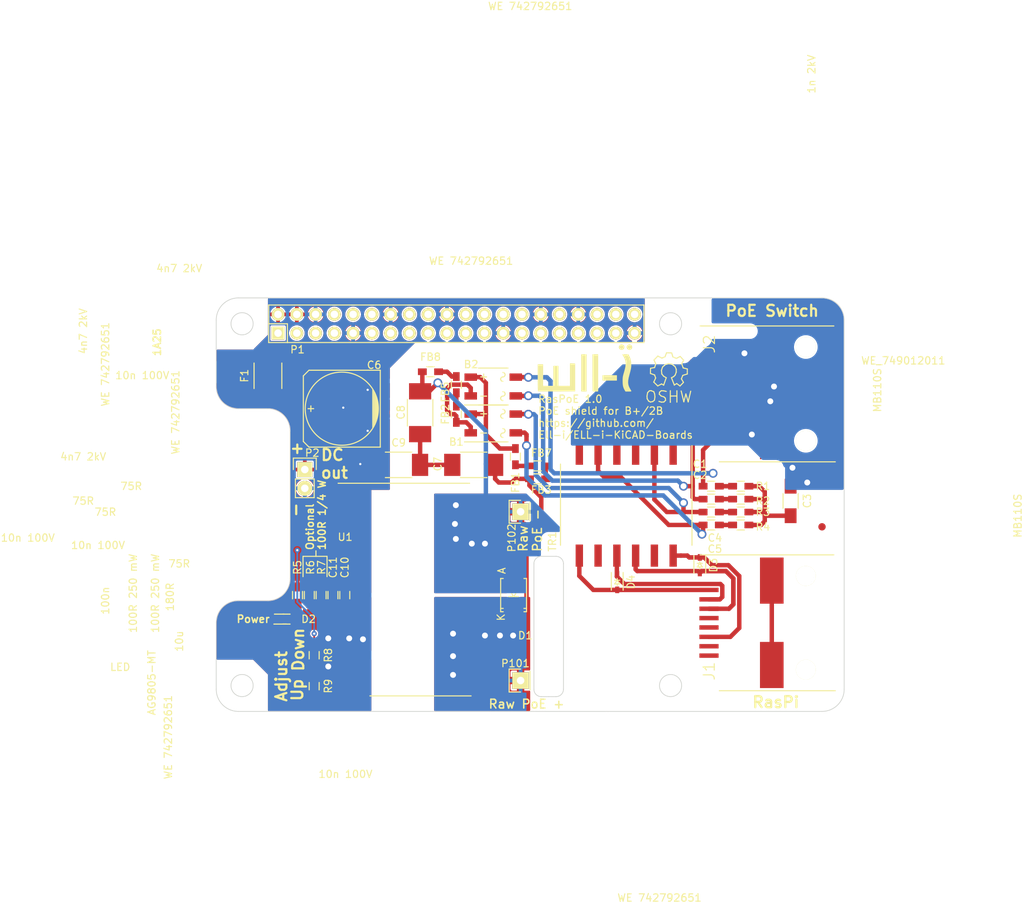
<source format=kicad_pcb>
(kicad_pcb (version 20221018) (generator pcbnew)
  (title_block (title "RasPoE") (date "2015-11-11") (rev "14bec14") (company "ELL-i Open Source Co-operative") (comment 1 "support@ell-i.org"))
  (layers (0 "F.Cu" signal) (31 "B.Cu" signal) (34 "B.Paste" user) (35 "F.Paste" user) (36 "B.SilkS" user "B.Silkscreen") (37 "F.SilkS" user "F.Silkscreen") (38 "B.Mask" user) (39 "F.Mask" user) (44 "Edge.Cuts" user))
  (net 0 "")
  (net 1 "GNDD")
  (net 2 "/POE_A-")
  (net 3 "/VIN")
  (net 4 "/POE_A+")
  (net 5 "/POE_B-")
  (net 6 "Net-(C1-Pad2)")
  (net 7 "/POE_B+")
  (net 8 "Net-(C2-Pad2)")
  (net 9 "Net-(C3-Pad1)")
  (net 10 "GNDA")
  (net 11 "Net-(C4-Pad2)")
  (net 12 "Net-(C5-Pad2)")
  (net 13 "+5V")
  (net 14 "GND")
  (net 15 "Net-(J1-Pad4)")
  (net 16 "Net-(J1-Pad5)")
  (net 17 "Net-(J1-Pad7)")
  (net 18 "Net-(J1-Pad8)")
  (net 19 "Net-(P1-Pad3)")
  (net 20 "Net-(P1-Pad5)")
  (net 21 "Net-(P1-Pad7)")
  (net 22 "Net-(P1-Pad8)")
  (net 23 "Net-(P1-Pad10)")
  (net 24 "Net-(P1-Pad11)")
  (net 25 "Net-(P1-Pad12)")
  (net 26 "Net-(P1-Pad13)")
  (net 27 "Net-(P1-Pad15)")
  (net 28 "Net-(P1-Pad16)")
  (net 29 "Net-(P1-Pad18)")
  (net 30 "Net-(P1-Pad19)")
  (net 31 "Net-(P1-Pad21)")
  (net 32 "Net-(P1-Pad22)")
  (net 33 "Net-(P1-Pad23)")
  (net 34 "Net-(P1-Pad24)")
  (net 35 "Net-(P1-Pad26)")
  (net 36 "Net-(P1-Pad27)")
  (net 37 "Net-(P1-Pad28)")
  (net 38 "Net-(P1-Pad29)")
  (net 39 "Net-(P1-Pad31)")
  (net 40 "Net-(P1-Pad32)")
  (net 41 "Net-(P1-Pad33)")
  (net 42 "Net-(P1-Pad35)")
  (net 43 "Net-(P1-Pad36)")
  (net 44 "Net-(P1-Pad37)")
  (net 45 "Net-(P1-Pad38)")
  (net 46 "Net-(P1-Pad40)")
  (net 47 "Net-(C7-Pad2)")
  (net 48 "Net-(FB1-Pad2)")
  (net 49 "Net-(FB2-Pad2)")
  (net 50 "Net-(FB3-Pad2)")
  (net 51 "Net-(FB5-Pad2)")
  (net 52 "Net-(TR1-Pad11)")
  (net 53 "/TD+")
  (net 54 "/TD-")
  (net 55 "/RD+")
  (net 56 "/RD-")
  (net 57 "Net-(J1-Pad9)")
  (net 58 "/TX+")
  (net 59 "/TX-")
  (net 60 "/RX+")
  (net 61 "/RX-")
  (net 62 "/AG_OUT_+")
  (net 63 "/AG_IN_+")
  (net 64 "/AG_IN_-")
  (net 65 "Net-(P1-Pad1)")
  (net 66 "Net-(P1-Pad17)")
  (net 67 "Net-(FID1-Pad1)")
  (net 68 "Net-(FID2-Pad1)")
  (net 69 "Net-(FID3-Pad1)")
  (net 70 "/ADJ")
  (net 71 "Net-(D2-Pad2)")
  (footprint "Capacitors_SMD:c_elec_10x10" (layer "F.Cu") (at 52 47 180)
    (fp_text reference "C6")
    (fp_text value "470u" hide)
  )
  (footprint "Pin_Headers:Pin_Header_Straight_2x20" (layer "F.Cu") (at 67.5 35.5)
    (fp_text reference "P1")
    (fp_text value "CONN_02X20" hide)
  )
  (footprint "Capacitors_SMD:C_1812_HandSoldering" (layer "F.Cu") (at 69.85 54.61 180)
    (fp_text reference "C7")
    (fp_text value "4n7 2kV")
  )
  (footprint "Capacitors_SMD:C_1812_HandSoldering" (layer "F.Cu") (at 62.6 47.55 -90)
    (fp_text reference "C8")
    (fp_text value "4n7 2kV")
  )
  (footprint "Capacitors_SMD:C_1812_HandSoldering" (layer "F.Cu") (at 59.69 54.61)
    (fp_text reference "C9")
    (fp_text value "4n7 2kV")
  )
  (footprint "Diodes_SMD:Diode-SMA_Handsoldering" (layer "F.Cu") (at 75.25 72.25 -90)
    (fp_text reference "D1")
    (fp_text value "SMA58" hide)
  )
  (footprint "Resistors_SMD:R_0603_HandSoldering" (layer "F.Cu") (at 44.5 75.5 180)
    (fp_text reference "D2")
    (fp_text value "LED")
  )
  (footprint "Resistors_SMD:R_0603_HandSoldering" (layer "F.Cu") (at 67.5 47.75 90)
    (fp_text reference "FB2")
    (fp_text value "WE 742792651")
  )
  (footprint "Resistors_SMD:R_0603_HandSoldering" (layer "F.Cu") (at 78.5 54.75)
    (fp_text reference "FB3")
    (fp_text value "WE 742792651")
  )
  (footprint "Resistors_SMD:R_0603_HandSoldering" (layer "F.Cu") (at 67.5 43.75 90)
    (fp_text reference "FB5")
    (fp_text value "WE 742792651")
  )
  (footprint "Resistors_SMD:R_0603_HandSoldering" (layer "F.Cu") (at 78.5 56.5 180)
    (fp_text reference "FB7")
    (fp_text value "WE 742792651")
  )
  (footprint "Resistors_SMD:R_0603_HandSoldering" (layer "F.Cu") (at 64 42 180)
    (fp_text reference "FB8")
    (fp_text value "WE 742792651")
  )
  (footprint "Resistors_SMD:R_0603_HandSoldering" (layer "F.Cu") (at 46 72.25 -90)
    (fp_text reference "R5")
    (fp_text value "180R")
  )
  (footprint "Resistors_SMD:R_0603_HandSoldering" (layer "F.Cu") (at 47.6 72.25 -90)
    (fp_text reference "R6")
    (fp_text value "100R 250 mW")
  )
  (footprint "Resistors_SMD:R_0603_HandSoldering" (layer "F.Cu") (at 49.2 72.25 -90)
    (fp_text reference "R7")
    (fp_text value "100R 250 mW")
  )
  (footprint "Resistors_SMD:R_0603_HandSoldering" (layer "F.Cu") (at 106 62.75)
    (fp_text reference "R4")
    (fp_text value "75R")
  )
  (footprint "Resistors_SMD:R_0603_HandSoldering" (layer "F.Cu") (at 106 61)
    (fp_text reference "R3")
    (fp_text value "75R")
  )
  (footprint "project_specific:TO-269AA" (layer "F.Cu") (at 72.5 49 -90)
    (fp_text reference "B1")
    (fp_text value "MB110S")
  )
  (footprint "project_specific:TO-269AA" (layer "F.Cu") (at 72.5 44 -90)
    (fp_text reference "B2")
    (fp_text value "MB110S")
  )
  (footprint "Resistors_SMD:R_0603_HandSoldering" (layer "F.Cu") (at 102 61)
    (fp_text reference "C4")
    (fp_text value "10n 100V")
  )
  (footprint "Resistors_SMD:R_0603_HandSoldering" (layer "F.Cu") (at 102 62.75)
    (fp_text reference "C5")
    (fp_text value "10n 100V")
  )
  (footprint "Resistors_SMD:R_0603_HandSoldering" (layer "F.Cu") (at 52.4 72.25 -90)
    (fp_text reference "C10")
    (fp_text value "100n")
  )
  (footprint "Resistors_SMD:R_0603_HandSoldering" (layer "F.Cu") (at 50.8 72.25 -90)
    (fp_text reference "C11")
    (fp_text value "10u")
  )
  (footprint "project_specific:AG9800" (layer "F.Cu") (at 62.5 71.5 -90)
    (fp_text reference "U1")
    (fp_text value "AG9805-MT")
  )
  (footprint "Capacitors_SMD:C_1206_HandSoldering" (layer "F.Cu") (at 112.75 59.5 90)
    (fp_text reference "C3")
    (fp_text value "1n 2kV")
  )
  (footprint "Pin_Headers:Pin_Header_Straight_1x01" (layer "F.Cu") (at 76.2 83.82 90)
    (fp_text reference "P101")
    (fp_text value "Wire pad")
  )
  (footprint "Pin_Headers:Pin_Header_Straight_1x01" (layer "F.Cu") (at 76.2 60.96 90)
    (fp_text reference "P102")
    (fp_text value "Wire pad")
  )
  (footprint "logos:ELL-i_large" (layer "F.Cu") (at 85 41.5)
    (fp_text reference "LOGO102" hide)
    (fp_text value "ELL-i" hide)
  )
  (footprint "project_specific:Fiducial_2mm_dia" (layer "F.Cu") (at 38.5 78.5)
    (fp_text reference "FID1" hide)
    (fp_text value "1, 2 mm")
  )
  (footprint "project_specific:Fiducial_2mm_dia" (layer "F.Cu") (at 36.83 41.275)
    (fp_text reference "FID2" hide)
    (fp_text value "1, 2 mm")
  )
  (footprint "project_specific:Fiducial_2mm_dia" (layer "F.Cu") (at 117 63)
    (fp_text reference "FID3" hide)
    (fp_text value "1, 2 mm")
  )
  (footprint "project_specific:RJSSE-5380" (layer "F.Cu") (at 111 76 90)
    (fp_text reference "J1")
    (fp_text value "RJSSE-5080")
  )
  (footprint "project_specific:RJSSE-5380" (layer "F.Cu") (at 111 45 90)
    (fp_text reference "J2")
    (fp_text value "RJSSE-5380")
  )
  (footprint "Resistors_SMD:R_0603_HandSoldering" (layer "F.Cu") (at 106 57.5)
    (fp_text reference "R1")
    (fp_text value "75R")
  )
  (footprint "Resistors_SMD:R_0603_HandSoldering" (layer "F.Cu") (at 102 57.5)
    (fp_text reference "C1")
    (fp_text value "10n 100V")
  )
  (footprint "Resistors_SMD:R_0603_HandSoldering" (layer "F.Cu") (at 106 59.25)
    (fp_text reference "R2")
    (fp_text value "75R")
  )
  (footprint "Resistors_SMD:R_0603_HandSoldering" (layer "F.Cu") (at 102 59.25)
    (fp_text reference "C2")
    (fp_text value "10n 100V")
  )
  (footprint "Resistors_SMD:R_0603_HandSoldering" (layer "F.Cu") (at 75.5 53.5 -90)
    (fp_text reference "FB1")
    (fp_text value "WE 742792651")
  )
  (footprint "project_specific:WE_749012011" (layer "F.Cu") (at 90.5 60 -90)
    (fp_text reference "TR1")
    (fp_text value "WE_749012011")
  )
  (footprint "Diodes_SMD:SOD-323" (layer "F.Cu") (at 100.457 68.199 -90)
    (fp_text reference "D3")
    (fp_text value "TVS")
  )
  (footprint "Diodes_SMD:SOD-323" (layer "F.Cu") (at 89.281 70.485 -90)
    (fp_text reference "D4")
    (fp_text value "TVS")
  )
  (footprint "Symbols:Symbol_OSHW-Logo_SilkScreen" (layer "F.Cu") (at 96.266 41.91)
    (fp_text reference "LOGO101" hide)
    (fp_text value "OPEN_HARDWARE_1")
  )
  (footprint "Resistors_SMD:R_0603_HandSoldering" (layer "F.Cu") (at 48.26 80.391 -90)
    (fp_text reference "R8")
    (fp_text value "R")
  )
  (footprint "Resistors_SMD:R_0603_HandSoldering" (layer "F.Cu") (at 48.26 84.582 -90)
    (fp_text reference "R9")
    (fp_text value "R")
  )
  (footprint "Pin_Headers:Pin_Header_Straight_1x02" (layer "F.Cu") (at 46.99 55.245)
    (fp_text reference "P2")
    (fp_text value "Screw terminal 2.54mm")
  )
  (footprint "Resistors_SMD:R_1812" (layer "F.Cu") (at 42 42.545 90)
    (fp_text reference "F1")
    (fp_text value "PTC 1A25")
  )
  (gr_line (start 50 67) (end 46.75 67) (stroke (width 0.15)) (layer "F.SilkS"))
  (gr_line (start 50 69.75) (end 50 67) (stroke (width 0.15)) (layer "F.SilkS"))
  (gr_line (start 44.2 74.825) (end 42.875 74.825) (stroke (width 0.15)) (layer "F.SilkS"))
  (gr_line (start 48.5 67) (end 48.5 66.25) (stroke (width 0.15)) (layer "F.SilkS"))
  (gr_line (start 46.75 69.75) (end 46.75 67) (stroke (width 0.15)) (layer "F.SilkS"))
  (gr_line (start 44.5 76.175) (end 42.8 76.175) (stroke (width 0.15)) (layer "F.SilkS"))
  (gr_arc (start 81 67) (mid 81.707107 67.292893) (end 82 68) (stroke (width 0.1)) (layer "Edge.Cuts"))
  (gr_line (start 38 32) (end 117 32) (stroke (width 0.1)) (layer "Edge.Cuts"))
  (gr_line (start 45 70) (end 45 50) (stroke (width 0.1)) (layer "Edge.Cuts"))
  (gr_line (start 78 85) (end 78 68) (stroke (width 0.1)) (layer "Edge.Cuts"))
  (gr_line (start 82 85) (end 82 68) (stroke (width 0.1)) (layer "Edge.Cuts"))
  (gr_circle (center 38.5 84.5) (end 37 84.5) (stroke (width 0.1)) (fill none) (layer "Edge.Cuts"))
  (gr_arc (start 45 70) (mid 44.12132 72.12132) (end 42 73) (stroke (width 0.1)) (layer "Edge.Cuts"))
  (gr_arc (start 38 47) (mid 35.87868 46.12132) (end 35 44) (stroke (width 0.1)) (layer "Edge.Cuts"))
  (gr_arc (start 42 47) (mid 44.12132 47.87868) (end 45 50) (stroke (width 0.1)) (layer "Edge.Cuts"))
  (gr_arc (start 35 35) (mid 35.87868 32.87868) (end 38 32) (stroke (width 0.1)) (layer "Edge.Cuts"))
  (gr_arc (start 35 76) (mid 35.87868 73.87868) (end 38 73) (stroke (width 0.1)) (layer "Edge.Cuts"))
  (gr_circle (center 96.5 84.5) (end 98 84.5) (stroke (width 0.1)) (fill none) (layer "Edge.Cuts"))
  (gr_circle (center 38.5 35.5) (end 38.5 34) (stroke (width 0.1)) (fill none) (layer "Edge.Cuts"))
  (gr_circle (center 96.5 35.5) (end 96.5 34) (stroke (width 0.1)) (fill none) (layer "Edge.Cuts"))
  (gr_line (start 81 67) (end 79 67) (stroke (width 0.1)) (layer "Edge.Cuts"))
  (gr_arc (start 38 88) (mid 35.87868 87.12132) (end 35 85) (stroke (width 0.1)) (layer "Edge.Cuts"))
  (gr_line (start 80 86) (end 81 86) (stroke (width 0.1)) (layer "Edge.Cuts"))
  (gr_line (start 117 88) (end 88 88) (stroke (width 0.1)) (layer "Edge.Cuts"))
  (gr_arc (start 78 68) (mid 78.292893 67.292893) (end 79 67) (stroke (width 0.1)) (layer "Edge.Cuts"))
  (gr_line (start 88 88) (end 72 88) (stroke (width 0.1)) (layer "Edge.Cuts"))
  (gr_arc (start 120 85) (mid 119.12132 87.12132) (end 117 88) (stroke (width 0.1)) (layer "Edge.Cuts"))
  (gr_arc (start 82 85) (mid 81.707107 85.707107) (end 81 86) (stroke (width 0.1)) (layer "Edge.Cuts"))
  (gr_arc (start 79 86) (mid 78.292893 85.707107) (end 78 85) (stroke (width 0.1)) (layer "Edge.Cuts"))
  (gr_line (start 38 88) (end 72 88) (stroke (width 0.1)) (layer "Edge.Cuts"))
  (gr_line (start 35 44) (end 35 35) (stroke (width 0.1)) (layer "Edge.Cuts"))
  (gr_line (start 35 85) (end 35 76) (stroke (width 0.1)) (layer "Edge.Cuts"))
  (gr_line (start 38 47) (end 42 47) (stroke (width 0.1)) (layer "Edge.Cuts"))
  (gr_arc (start 117 32) (mid 119.12132 32.87868) (end 120 35) (stroke (width 0.1)) (layer "Edge.Cuts"))
  (gr_line (start 38 73) (end 42 73) (stroke (width 0.1)) (layer "Edge.Cuts"))
  (gr_line (start 80 86) (end 79 86) (stroke (width 0.1)) (layer "Edge.Cuts"))
  (gr_line (start 120 35) (end 120 85) (stroke (width 0.1)) (layer "Edge.Cuts"))
  (gr_text "Down" (at 46.101 79.629 90) (layer "F.SilkS") (effects (font (size 1.5 1.5) (thickness 0.3))))
  (gr_text "https://github.com/\nEll-i/ELL-i-KiCAD-Boards" (at 78.5 49.75) (layer "F.SilkS") (effects (font (size 1 1)) (justify left)))
  (gr_text "PoE Switch\n" (at 110.25 33.75) (layer "F.SilkS") (effects (font (size 1.5 1.5) (thickness 0.3))))
  (gr_text "RasPi" (at 110.75 86.75) (layer "F.SilkS") (effects (font (size 1.5 1.5) (thickness 0.3))))
  (gr_text "Raw PoE +" (at 77 87) (layer "F.SilkS") (effects (font (size 1.2 1.2) (thickness 0.2))))
  (gr_text "RasPoE 1.0 \nPoE shield for B+/2B\n" (at 78.5 46.5) (layer "F.SilkS") (effects (font (size 1 1)) (justify left)))
  (gr_text "DC \nout" (at 49.022 54.483) (layer "F.SilkS") (effects (font (size 1.5 1.5) (thickness 0.3)) (justify left)))
  (gr_text "Raw \nPoE -" (at 77.5 66.5 90) (layer "F.SilkS") (effects (font (size 1.2 1.2) (thickness 0.2)) (justify left)))
  (gr_text "+" (at 45.974 52.324) (layer "F.SilkS") (effects (font (size 1.5 1.5) (thickness 0.3)) (justify mirror)))
  (gr_text "Optional\n100R 1/4 W" (at 48.5 66.25 90) (layer "F.SilkS") (effects (font (size 1 1) (thickness 0.2)) (justify left)))
  (gr_text "Power" (at 40 75.5) (layer "F.SilkS") (effects (font (size 1 1) (thickness 0.2))))
  (gr_text "Up" (at 45.974 85.09 90) (layer "F.SilkS") (effects (font (size 1.5 1.5) (thickness 0.3))))
  (gr_text "-" (at 45.72 60.706 90) (layer "F.SilkS") (effects (font (size 1.5 1.5) (thickness 0.3)) (justify mirror)))
  (gr_text "Adjust " (at 43.815 82.677 90) (layer "F.SilkS") (effects (font (size 1.5 1.5) (thickness 0.3))))
  (gr_text "1A25" (at 27 38 90) (layer "F.SilkS") (effects (font (size 1 1) (thickness 0.2))))
  (segment (start 69.45 44.2) (end 69 43.75) (width 0.6) (layer "F.Cu") (net 1))
  (segment (start 69 43.75) (end 66.75 43.75) (width 0.6) (layer "F.Cu") (net 1))
  (segment (start 66.75 43.75) (end 66.25 44.25) (width 0.6) (layer "F.Cu") (net 1))
  (segment (start 66.25 44.25) (end 66.25 47.25) (width 0.6) (layer "F.Cu") (net 1))
  (segment (start 66.25 47.25) (end 66.75 47.75) (width 0.6) (layer "F.Cu") (net 1))
  (segment (start 66.75 47.75) (end 67.25 47.75) (width 0.6) (layer "F.Cu") (net 1))
  (segment (start 67.25 47.75) (end 67.5 48) (width 0.6) (layer "F.Cu") (net 1))
  (segment (start 67.5 48) (end 67.5 48.85) (width 0.6) (layer "F.Cu") (net 1))
  (segment (start 69.45 49.45) (end 68.85 48.85) (width 0.6) (layer "F.Cu") (net 1))
  (segment (start 68.85 48.85) (end 67.5 48.85) (width 0.6) (layer "F.Cu") (net 1))
  (segment (start 69.45 45.27) (end 69.45 44.2) (width 0.6) (layer "F.Cu") (net 1))
  (segment (start 69.45 50.27) (end 69.45 49.45) (width 0.6) (layer "F.Cu") (net 1))
  (segment (start 96.25 62.75) (end 89.75 56.25) (width 0.6) (layer "F.Cu") (net 2))
  (segment (start 89.75 56.25) (end 87.5 56.25) (width 0.6) (layer "F.Cu") (net 2))
  (segment (start 87.5 56.25) (end 86.69 55.44) (width 0.6) (layer "F.Cu") (net 2))
  (segment (start 86.69 55.44) (end 86.69 53.1) (width 0.6) (layer "F.Cu") (net 2))
  (segment (start 100.9 63.85) (end 100.75 64) (width 0.6) (layer "F.Cu") (net 2))
  (segment (start 77 52) (end 77 50.75) (width 0.6) (layer "F.Cu") (net 2))
  (segment (start 77 50.75) (end 77 50.5) (width 0.6) (layer "F.Cu") (net 2))
  (segment (start 77 50.5) (end 76.75 50.25) (width 0.6) (layer "F.Cu") (net 2))
  (segment (start 76.75 50.25) (end 75.57 50.25) (width 0.6) (layer "F.Cu") (net 2))
  (segment (start 75.57 50.25) (end 75.55 50.27) (width 0.6) (layer "F.Cu") (net 2))
  (segment (start 100.9 62.75) (end 96.25 62.75) (width 0.6) (layer "F.Cu") (net 2))
  (segment (start 100.9 62.75) (end 100.9 63.85) (width 0.6) (layer "F.Cu") (net 2))
  (via (at 100.75 64) (size 1.2) (drill 0.8) (layers "F.Cu" "B.Cu") (net 2))
  (via (at 77 52) (size 1.2) (drill 0.8) (layers "F.Cu" "B.Cu") (net 2))
  (segment (start 100.75 64) (end 95.5 58.75) (width 0.6) (layer "B.Cu") (net 2))
  (segment (start 95.5 58.75) (end 79.5 58.75) (width 0.6) (layer "B.Cu") (net 2))
  (segment (start 79.5 58.75) (end 77.25 56.5) (width 0.6) (layer "B.Cu") (net 2))
  (segment (start 77 56.25) (end 77 52) (width 0.6) (layer "B.Cu") (net 2))
  (segment (start 77.25 56.5) (end 77 56.25) (width 0.6) (layer "B.Cu") (net 2))
  (segment (start 70.73 42.73) (end 71.5 43.5) (width 0.6) (layer "F.Cu") (net 3))
  (segment (start 71.5 43.5) (end 71.5 47.75) (width 0.6) (layer "F.Cu") (net 3))
  (segment (start 71.5 50.5) (end 73.4 52.4) (width 0.6) (layer "F.Cu") (net 3))
  (segment (start 73.4 52.4) (end 75.5 52.4) (width 0.6) (layer "F.Cu") (net 3))
  (segment (start 71.5 47.73) (end 71.5 47.75) (width 0.6) (layer "F.Cu") (net 3))
  (segment (start 71.5 47.75) (end 71.5 50.5) (width 0.6) (layer "F.Cu") (net 3))
  (segment (start 69.45 47.73) (end 71.5 47.73) (width 0.6) (layer "F.Cu") (net 3))
  (segment (start 69.45 42.73) (end 70.73 42.73) (width 0.6) (layer "F.Cu") (net 3))
  (segment (start 75.57 47.75) (end 75.55 47.73) (width 0.6) (layer "F.Cu") (net 4))
  (segment (start 96 61) (end 94.31 59.31) (width 0.6) (layer "F.Cu") (net 4))
  (segment (start 94.31 59.31) (end 94.31 53.1) (width 0.6) (layer "F.Cu") (net 4))
  (segment (start 98.25 61) (end 96 61) (width 0.6) (layer "F.Cu") (net 4))
  (segment (start 77.25 47.75) (end 77.23 47.73) (width 0.6) (layer "F.Cu") (net 4))
  (segment (start 77.23 47.73) (end 75.55 47.73) (width 0.6) (layer "F.Cu") (net 4))
  (segment (start 100.9 61) (end 98.25 61) (width 0.6) (layer "F.Cu") (net 4))
  (segment (start 98.25 61) (end 98.25 59.75) (width 0.6) (layer "F.Cu") (net 4))
  (via (at 98.25 59.75) (size 1.2) (drill 0.8) (layers "F.Cu" "B.Cu") (net 4))
  (via (at 77.25 47.75) (size 1.2) (drill 0.8) (layers "F.Cu" "B.Cu") (net 4))
  (segment (start 98.25 59.75) (end 96.25 57.75) (width 0.6) (layer "B.Cu") (net 4))
  (segment (start 96.25 57.75) (end 80 57.75) (width 0.6) (layer "B.Cu") (net 4))
  (segment (start 80 57.75) (end 78.25 56) (width 0.6) (layer "B.Cu") (net 4))
  (segment (start 78.25 56) (end 78.25 48) (width 0.6) (layer "B.Cu") (net 4))
  (segment (start 78.25 48) (end 78 47.75) (width 0.6) (layer "B.Cu") (net 4))
  (segment (start 78 47.75) (end 77.25 47.75) (width 0.6) (layer "B.Cu") (net 4))
  (segment (start 103.75 44.73) (end 103.75 45.5) (width 0.6) (layer "F.Cu") (net 5))
  (segment (start 103.75 50.25) (end 102.75 51.25) (width 0.6) (layer "F.Cu") (net 5))
  (segment (start 102.75 51.25) (end 102.25 51.25) (width 0.6) (layer "F.Cu") (net 5))
  (segment (start 102.25 51.25) (end 100.9 52.6) (width 0.6) (layer "F.Cu") (net 5))
  (segment (start 100.9 52.6) (end 100.9 55.75) (width 0.6) (layer "F.Cu") (net 5))
  (segment (start 103.385 44.365) (end 103.75 44.73) (width 0.6) (layer "F.Cu") (net 5))
  (segment (start 103.75 45.63) (end 103.75 45.5) (width 0.6) (layer "F.Cu") (net 5))
  (segment (start 103.75 45.5) (end 103.75 50.25) (width 0.6) (layer "F.Cu") (net 5))
  (segment (start 100.9 55.75) (end 100.9 57.5) (width 0.6) (layer "F.Cu") (net 5))
  (segment (start 77.25 42.75) (end 77.23 42.73) (width 0.6) (layer "F.Cu") (net 5))
  (segment (start 77.23 42.73) (end 75.55 42.73) (width 0.6) (layer "F.Cu") (net 5))
  (segment (start 101.7 45.63) (end 103.75 45.63) (width 0.6) (layer "F.Cu") (net 5))
  (segment (start 101.7 44.365) (end 103.385 44.365) (width 0.6) (layer "F.Cu") (net 5))
  (segment (start 100.9 55.75) (end 102.25 55.75) (width 0.6) (layer "F.Cu") (net 5))
  (via (at 102.25 55.75) (size 1.2) (drill 0.8) (layers "F.Cu" "B.Cu") (net 5))
  (via (at 77.25 42.75) (size 1.2) (drill 0.8) (layers "F.Cu" "B.Cu") (net 5))
  (segment (start 102.25 55.75) (end 80.75 55.75) (width 0.6) (layer "B.Cu") (net 5))
  (segment (start 80.75 55.75) (end 80.25 55.25) (width 0.6) (layer "B.Cu") (net 5))
  (segment (start 80.25 55.25) (end 80.25 43.25) (width 0.6) (layer "B.Cu") (net 5))
  (segment (start 80.25 43.25) (end 79.75 42.75) (width 0.6) (layer "B.Cu") (net 5))
  (segment (start 79.75 42.75) (end 79.5 42.75) (width 0.6) (layer "B.Cu") (net 5))
  (segment (start 79.5 42.75) (end 77.25 42.75) (width 0.6) (layer "B.Cu") (net 5))
  (segment (start 103.1 57.5) (end 104.9 57.5) (width 0.6) (layer "F.Cu") (net 6))
  (segment (start 99.825 48.175) (end 99.5 48.5) (width 0.6) (layer "F.Cu") (net 7))
  (segment (start 99.5 48.5) (end 99.5 49.5) (width 0.6) (layer "F.Cu") (net 7))
  (segment (start 99.5 59) (end 99.75 59.25) (width 0.6) (layer "F.Cu") (net 7))
  (segment (start 99.75 59.25) (end 100.9 59.25) (width 0.6) (layer "F.Cu") (net 7))
  (segment (start 99.5 49.445) (end 99.5 49.5) (width 0.6) (layer "F.Cu") (net 7))
  (segment (start 99.5 49.5) (end 99.5 57.5) (width 0.6) (layer "F.Cu") (net 7))
  (segment (start 99.5 57.5) (end 99.5 59) (width 0.6) (layer "F.Cu") (net 7))
  (segment (start 77.25 45.25) (end 77.23 45.27) (width 0.6) (layer "F.Cu") (net 7))
  (segment (start 77.23 45.27) (end 75.55 45.27) (width 0.6) (layer "F.Cu") (net 7))
  (segment (start 101.7 48.175) (end 99.825 48.175) (width 0.6) (layer "F.Cu") (net 7))
  (segment (start 101.7 49.445) (end 99.5 49.445) (width 0.6) (layer "F.Cu") (net 7))
  (segment (start 99.5 57.5) (end 98.25 57.5) (width 0.6) (layer "F.Cu") (net 7))
  (via (at 77.25 45.25) (size 1.2) (drill 0.8) (layers "F.Cu" "B.Cu") (net 7))
  (via (at 98.25 57.5) (size 1.2) (drill 0.8) (layers "F.Cu" "B.Cu") (net 7))
  (segment (start 98.25 57.5) (end 97.5 56.75) (width 0.6) (layer "B.Cu") (net 7))
  (segment (start 97.5 56.75) (end 80.5 56.75) (width 0.6) (layer "B.Cu") (net 7))
  (segment (start 80.5 56.75) (end 79.25 55.5) (width 0.6) (layer "B.Cu") (net 7))
  (segment (start 79.25 55.5) (end 79.25 45.75) (width 0.6) (layer "B.Cu") (net 7))
  (segment (start 79.25 45.75) (end 78.75 45.25) (width 0.6) (layer "B.Cu") (net 7))
  (segment (start 78.75 45.25) (end 77.25 45.25) (width 0.6) (layer "B.Cu") (net 7))
  (segment (start 103.1 59.25) (end 104.9 59.25) (width 0.6) (layer "F.Cu") (net 8))
  (segment (start 108.5 57.5) (end 109.25 58.25) (width 0.6) (layer "F.Cu") (net 9))
  (segment (start 109.25 58.25) (end 109.25 59.25) (width 0.6) (layer "F.Cu") (net 9))
  (segment (start 109.25 62.25) (end 108.75 62.75) (width 0.6) (layer "F.Cu") (net 9))
  (segment (start 108.75 62.75) (end 107.1 62.75) (width 0.6) (layer "F.Cu") (net 9))
  (segment (start 109.25 59.25) (end 109.25 61) (width 0.6) (layer "F.Cu") (net 9))
  (segment (start 109.25 61) (end 109.25 61.5) (width 0.6) (layer "F.Cu") (net 9))
  (segment (start 109.25 61.5) (end 109.25 62.25) (width 0.6) (layer "F.Cu") (net 9))
  (segment (start 107.1 59.25) (end 109.25 59.25) (width 0.6) (layer "F.Cu") (net 9))
  (segment (start 112.75 61.5) (end 109.25 61.5) (width 0.6) (layer "F.Cu") (net 9))
  (segment (start 107.1 61) (end 109.25 61) (width 0.6) (layer "F.Cu") (net 9))
  (segment (start 107.1 57.5) (end 108.5 57.5) (width 0.6) (layer "F.Cu") (net 9))
  (segment (start 114.5 57.5) (end 115 57) (width 0.6) (layer "F.Cu") (net 10))
  (segment (start 112.75 55.75) (end 113 55.5) (width 0.6) (layer "F.Cu") (net 10))
  (segment (start 113 55.5) (end 113 55) (width 0.6) (layer "F.Cu") (net 10))
  (segment (start 107.715 50.715) (end 107.5 50.5) (width 0.6) (layer "F.Cu") (net 10))
  (segment (start 110.2 46.2) (end 110 46) (width 0.6) (layer "F.Cu") (net 10))
  (segment (start 106.715 39.285) (end 106.5 39.5) (width 0.6) (layer "F.Cu") (net 10))
  (segment (start 110.2 43.7) (end 110.5 44) (width 0.6) (layer "F.Cu") (net 10))
  (segment (start 110.2 50.715) (end 107.715 50.715) (width 0.6) (layer "F.Cu") (net 10))
  (segment (start 112.75 57.5) (end 112.75 55.75) (width 0.6) (layer "F.Cu") (net 10))
  (segment (start 110.2 39.285) (end 106.715 39.285) (width 0.6) (layer "F.Cu") (net 10))
  (segment (start 110.2 39.285) (end 110.2 43.7) (width 0.6) (layer "F.Cu") (net 10))
  (segment (start 110.2 50.715) (end 110.2 46.2) (width 0.6) (layer "F.Cu") (net 10))
  (segment (start 112.75 57.5) (end 114.5 57.5) (width 0.6) (layer "F.Cu") (net 10))
  (via (at 107.5 50.5) (size 1.2) (drill 0.8) (layers "F.Cu" "B.Cu") (net 10))
  (via (at 110 46) (size 1.2) (drill 0.8) (layers "F.Cu" "B.Cu") (net 10))
  (via (at 113 55) (size 1.2) (drill 0.8) (layers "F.Cu" "B.Cu") (net 10))
  (via (at 106.5 39.5) (size 1.2) (drill 0.8) (layers "F.Cu" "B.Cu") (net 10))
  (via (at 110.5 44) (size 1.2) (drill 0.8) (layers "F.Cu" "B.Cu") (net 10))
  (via (at 115 57) (size 1.2) (drill 0.8) (layers "F.Cu" "B.Cu") (net 10))
  (segment (start 103.1 61) (end 104.9 61) (width 0.6) (layer "F.Cu") (net 11))
  (segment (start 103.1 62.75) (end 104.9 62.75) (width 0.6) (layer "F.Cu") (net 12))
  (segment (start 54.61 54.61) (end 54.5 54.5) (width 0.6) (layer "F.Cu") (net 14))
  (segment (start 55.5005 49.9995) (end 55.5 50) (width 0.6) (layer "F.Cu") (net 14))
  (segment (start 53.23 78.341) (end 53.23 78.341) (width 0.6) (layer "F.Cu") (net 14))
  (segment (start 53.23 79.77) (end 54 79) (width 0.15) (layer "F.Cu") (net 14))
  (segment (start 54 79) (end 54.991 78.232) (width 0.15) (layer "F.Cu") (net 14))
  (segment (start 53.23 78.341) (end 53 78.111) (width 0.6) (layer "F.Cu") (net 14))
  (segment (start 52.941 78.341) (end 52.705 78.105) (width 0.254) (layer "F.Cu") (net 14))
  (segment (start 55.5005 44.4515) (end 55.499 44.45) (width 0.254) (layer "F.Cu") (net 14))
  (segment (start 52.26 46.8) (end 52.197 46.863) (width 0.254) (layer "F.Cu") (net 14))
  (segment (start 53.5 78.611) (end 53 78.111) (width 0.254) (layer "F.Cu") (net 14))
  (segment (start 53.5 79.596) (end 54.864 78.232) (width 0.254) (layer "F.Cu") (net 14))
  (segment (start 50.672 80.39) (end 50.165 79.883) (width 0.254) (layer "F.Cu") (net 14))
  (segment (start 50.165 79.883) (end 50.165 78.105) (width 0.254) (layer "F.Cu") (net 14))
  (segment (start 50.293 80.39) (end 50.165 80.518) (width 0.254) (layer "F.Cu") (net 14))
  (segment (start 50.165 80.518) (end 50.165 81.915) (width 0.254) (layer "F.Cu") (net 14))
  (segment (start 56.79 54.61) (end 54.61 54.61) (width 0.6) (layer "F.Cu") (net 14))
  (segment (start 53.5 80.39) (end 53.5 79.596) (width 0.254) (layer "F.Cu") (net 14))
  (segment (start 53.5 80.39) (end 50.293 80.39) (width 0.254) (layer "F.Cu") (net 14))
  (segment (start 53.23 78.341) (end 52.941 78.341) (width 0.254) (layer "F.Cu") (net 14))
  (segment (start 55.5005 46.8) (end 55.5005 49.9995) (width 0.6) (layer "F.Cu") (net 14))
  (segment (start 55.5005 46.8) (end 55.5005 44.4515) (width 0.254) (layer "F.Cu") (net 14))
  (segment (start 53.23 81.28) (end 53.23 79.77) (width 0.15) (layer "F.Cu") (net 14))
  (segment (start 53.23 81.28) (end 53.23 78.341) (width 1) (layer "F.Cu") (net 14))
  (segment (start 55.5005 46.8) (end 52.26 46.8) (width 0.254) (layer "F.Cu") (net 14))
  (segment (start 53.5 80.39) (end 53.5 78.611) (width 0.254) (layer "F.Cu") (net 14))
  (segment (start 53.5 80.39) (end 50.672 80.39) (width 0.254) (layer "F.Cu") (net 14))
  (via (at 53 78.111) (size 1.2) (drill 0.8) (layers "F.Cu" "B.Cu") (net 14))
  (via (at 50.165 78.105) (size 1.2) (drill 0.8) (layers "F.Cu" "B.Cu") (net 14))
  (via (at 55.499 44.45) (size 0.7) (drill 0.3) (layers "F.Cu" "B.Cu") (net 14))
  (via (at 52.197 46.863) (size 0.7) (drill 0.3) (layers "F.Cu" "B.Cu") (net 14))
  (via (at 54.5 54.5) (size 0.7) (drill 0.3) (layers "F.Cu" "B.Cu") (net 14))
  (via (at 55.5 50) (size 0.7) (drill 0.3) (layers "F.Cu" "B.Cu") (net 14))
  (via (at 50.165 81.915) (size 1.2) (drill 0.8) (layers "F.Cu" "B.Cu") (net 14))
  (via (at 54.864 78.232) (size 1.2) (drill 0.8) (layers "F.Cu" "B.Cu") (net 14))
  (segment (start 53 78.111) (end 53.006 78.105) (width 0.254) (layer "B.Cu") (net 14))
  (segment (start 53.006 78.105) (end 53.086 78.105) (width 0.254) (layer "B.Cu") (net 14))
  (segment (start 62.6 54.6) (end 62.59 54.61) (width 0.6) (layer "F.Cu") (net 47))
  (segment (start 62.59 54.61) (end 66.95 54.61) (width 0.6) (layer "F.Cu") (net 47))
  (segment (start 62.6 50.45) (end 62.6 54.6) (width 0.6) (layer "F.Cu") (net 47))
  (segment (start 75.65 54.75) (end 75.5 54.6) (width 0.6) (layer "F.Cu") (net 48))
  (segment (start 77.4 54.75) (end 75.65 54.75) (width 0.6) (layer "F.Cu") (net 48))
  (segment (start 67.5 46.65) (end 67.5 44.85) (width 0.6) (layer "F.Cu") (net 49))
  (segment (start 79.6 54.75) (end 79.6 56.5) (width 0.6) (layer "F.Cu") (net 50))
  (segment (start 66.9 42.65) (end 66.25 42) (width 0.6) (layer "F.Cu") (net 51))
  (segment (start 66.25 42) (end 65.1 42) (width 0.6) (layer "F.Cu") (net 51))
  (segment (start 67.5 42.65) (end 66.9 42.65) (width 0.6) (layer "F.Cu") (net 51))
  (segment (start 86.05 71.55) (end 84.15 69.65) (width 0.6) (layer "F.Cu") (net 53))
  (segment (start 88.734 71.54) (end 88.724 71.55) (width 0.6) (layer "F.Cu") (net 53))
  (segment (start 88.724 71.55) (end 86.05 71.55) (width 0.6) (layer "F.Cu") (net 53))
  (segment (start 89.281 71.54) (end 88.734 71.54) (width 0.6) (layer "F.Cu") (net 53))
  (segment (start 101.7 71.55) (end 88.724 71.55) (width 0.6) (layer "F.Cu") (net 53))
  (segment (start 84.15 66.9) (end 84.15 69.65) (width 0.6) (layer "F.Cu") (net 53))
  (segment (start 103.175 72.825) (end 103.5 72.5) (width 0.6) (layer "F.Cu") (net 54))
  (segment (start 103.5 72.5) (end 103.5 71) (width 0.6) (layer "F.Cu") (net 54))
  (segment (start 103.5 71) (end 103.250998 70.750998) (width 0.6) (layer "F.Cu") (net 54))
  (segment (start 103.250998 70.750998) (end 90.250998 70.750998) (width 0.6) (layer "F.Cu") (net 54))
  (segment (start 90.250998 70.750998) (end 89.23 69.73) (width 0.6) (layer "F.Cu") (net 54))
  (segment (start 89.23 69.73) (end 89.23 66.9) (width 0.6) (layer "F.Cu") (net 54))
  (segment (start 101.7 72.825) (end 103.175 72.825) (width 0.6) (layer "F.Cu") (net 54))
  (segment (start 91.77 68.77) (end 92 69) (width 0.6) (layer "F.Cu") (net 55))
  (segment (start 92 69) (end 104 69) (width 0.6) (layer "F.Cu") (net 55))
  (segment (start 104 69) (end 105 70) (width 0.6) (layer "F.Cu") (net 55))
  (segment (start 105 70) (end 105 73.5) (width 0.6) (layer "F.Cu") (net 55))
  (segment (start 105 73.5) (end 104.405 74.095) (width 0.6) (layer "F.Cu") (net 55))
  (segment (start 100.457 69.215) (end 100.672 69) (width 0.6) (layer "F.Cu") (net 55))
  (segment (start 100.672 69) (end 100.457 69.254) (width 0.6) (layer "F.Cu") (net 55))
  (segment (start 104.405 74.095) (end 105 73.5) (width 0.6) (layer "F.Cu") (net 55))
  (segment (start 105 73.5) (end 105 70) (width 0.6) (layer "F.Cu") (net 55))
  (segment (start 105 70) (end 104 69) (width 0.6) (layer "F.Cu") (net 55))
  (segment (start 104 69) (end 100.711 69) (width 0.6) (layer "F.Cu") (net 55))
  (segment (start 100.711 69) (end 100.457 69.254) (width 0.6) (layer "F.Cu") (net 55))
  (segment (start 101.7 74.095) (end 104.405 74.095) (width 0.6) (layer "F.Cu") (net 55))
  (segment (start 91.77 66.9) (end 91.77 67.77) (width 0.6) (layer "F.Cu") (net 55))
  (segment (start 91.77 66.9) (end 91.77 68.77) (width 0.6) (layer "F.Cu") (net 55))
  (segment (start 100.457 69.254) (end 100.457 69.215) (width 0.6) (layer "F.Cu") (net 55))
  (segment (start 104.330958 68.200998) (end 105.799002 69.669042) (width 0.6) (layer "F.Cu") (net 56))
  (segment (start 105.799002 69.669042) (end 105.799002 76.700998) (width 0.6) (layer "F.Cu") (net 56))
  (segment (start 105.799002 76.700998) (end 104.595 77.905) (width 0.6) (layer "F.Cu") (net 56))
  (segment (start 104.595 77.905) (end 101.7 77.905) (width 0.6) (layer "F.Cu") (net 56))
  (segment (start 98.777 66.9) (end 99.021 67.144) (width 0.6) (layer "F.Cu") (net 56))
  (segment (start 99.021 67.144) (end 100.457 67.144) (width 0.6) (layer "F.Cu") (net 56))
  (segment (start 101.053 67.144) (end 102.109998 68.200998) (width 0.6) (layer "F.Cu") (net 56))
  (segment (start 102.109998 68.200998) (end 104.330958 68.200998) (width 0.6) (layer "F.Cu") (net 56))
  (segment (start 97.9 66.9) (end 98.777 66.9) (width 0.6) (layer "F.Cu") (net 56))
  (segment (start 100.457 67.144) (end 101.053 67.144) (width 0.6) (layer "F.Cu") (net 56))
  (segment (start 96.85 66.9) (end 97.9 66.9) (width 0.6) (layer "F.Cu") (net 56))
  (segment (start 110.2 70.285) (end 110.2 81.715) (width 0.6) (layer "F.Cu") (net 57))
  (segment (start 99.45 40.55) (end 98.5 41.5) (width 0.6) (layer "F.Cu") (net 58))
  (segment (start 98.5 41.5) (end 91 41.5) (width 0.6) (layer "F.Cu") (net 58))
  (segment (start 91 41.5) (end 89.75 42.75) (width 0.6) (layer "F.Cu") (net 58))
  (segment (start 88.75 43.75) (end 88.75 49.75) (width 0.6) (layer "F.Cu") (net 58))
  (segment (start 88.75 49.75) (end 88 50.5) (width 0.6) (layer "F.Cu") (net 58))
  (segment (start 88 50.5) (end 85 50.5) (width 0.6) (layer "F.Cu") (net 58))
  (segment (start 85 50.5) (end 84.15 51.35) (width 0.6) (layer "F.Cu") (net 58))
  (segment (start 84.15 51.35) (end 84.15 53.1) (width 0.6) (layer "F.Cu") (net 58))
  (segment (start 101.7 40.55) (end 99.45 40.55) (width 0.6) (layer "F.Cu") (net 58))
  (segment (start 89.75 42.75) (end 88.75 43.75) (width 0.6) (layer "F.Cu") (net 58))
  (segment (start 89.23 50.52) (end 89.549002 50.200998) (width 0.6) (layer "F.Cu") (net 59))
  (segment (start 89.549002 50.200998) (end 89.549002 44.080958) (width 0.6) (layer "F.Cu") (net 59))
  (segment (start 89.549002 44.080958) (end 91.330958 42.299002) (width 0.6) (layer "F.Cu") (net 59))
  (segment (start 91.330958 42.299002) (end 98.830958 42.299002) (width 0.6) (layer "F.Cu") (net 59))
  (segment (start 98.830958 42.299002) (end 99.30496 41.825) (width 0.6) (layer "F.Cu") (net 59))
  (segment (start 99.30496 41.825) (end 101.7 41.825) (width 0.6) (layer "F.Cu") (net 59))
  (segment (start 89.23 53.1) (end 89.23 50.52) (width 0.6) (layer "F.Cu") (net 59))
  (segment (start 99.655 43.095) (end 98 44.75) (width 0.6) (layer "F.Cu") (net 60))
  (segment (start 98 44.75) (end 93.5 44.75) (width 0.6) (layer "F.Cu") (net 60))
  (segment (start 93.5 44.75) (end 91.77 46.48) (width 0.6) (layer "F.Cu") (net 60))
  (segment (start 91.77 46.48) (end 91.77 53.1) (width 0.6) (layer "F.Cu") (net 60))
  (segment (start 101.7 43.095) (end 99.655 43.095) (width 0.6) (layer "F.Cu") (net 60))
  (segment (start 99.405 46.905) (end 98.049002 45.549002) (width 0.6) (layer "F.Cu") (net 61))
  (segment (start 98.049002 45.549002) (end 93.950998 45.549002) (width 0.6) (layer "F.Cu") (net 61))
  (segment (start 93.950998 45.549002) (end 92.75 46.75) (width 0.6) (layer "F.Cu") (net 61))
  (segment (start 92.75 46.75) (end 92.75 49.25) (width 0.6) (layer "F.Cu") (net 61))
  (segment (start 92.75 49.25) (end 94.5 51) (width 0.6) (layer "F.Cu") (net 61))
  (segment (start 94.5 51) (end 96.5 51) (width 0.6) (layer "F.Cu") (net 61))
  (segment (start 96.5 51) (end 96.85 51.35) (width 0.6) (layer "F.Cu") (net 61))
  (segment (start 96.85 51.35) (end 96.85 53.1) (width 0.6) (layer "F.Cu") (net 61))
  (segment (start 101.7 46.905) (end 99.405 46.905) (width 0.6) (layer "F.Cu") (net 61))
  (segment (start 48.26 77.47) (end 48.26 77.343) (width 0.254) (layer "F.Cu") (net 62))
  (segment (start 48.26 79.291) (end 48.26 77.47) (width 0.254) (layer "F.Cu") (net 62))
  (via (at 45.974 66.167) (size 0.7) (drill 0.3) (layers "F.Cu" "B.Cu") (net 62))
  (via (at 48.26 77.47) (size 0.7) (drill 0.3) (layers "F.Cu" "B.Cu") (net 62))
  (segment (start 48.26 75.438) (end 48.26 77.47) (width 0.254) (layer "B.Cu") (net 62))
  (segment (start 48.26 75.438) (end 45.974 73.152) (width 0.254) (layer "B.Cu") (net 62))
  (segment (start 45.974 66.167) (end 45.974 73.152) (width 0.254) (layer "B.Cu") (net 62))
  (segment (start 72.75 56.5) (end 73.25 57) (width 0.6) (layer "F.Cu") (net 63))
  (segment (start 73.25 57) (end 75 57) (width 0.6) (layer "F.Cu") (net 63))
  (segment (start 75 57) (end 75.5 56.5) (width 0.6) (layer "F.Cu") (net 63))
  (segment (start 75.5 56.5) (end 77.4 56.5) (width 0.6) (layer "F.Cu") (net 63))
  (segment (start 77.4 57.4) (end 79 59) (width 0.6) (layer "F.Cu") (net 63))
  (segment (start 79 59) (end 79 63.5) (width 0.6) (layer "F.Cu") (net 63))
  (segment (start 79 63.5) (end 77 65.5) (width 0.6) (layer "F.Cu") (net 63))
  (segment (start 77 65.5) (end 77 74.5) (width 0.6) (layer "F.Cu") (net 63))
  (segment (start 67.184 82.93) (end 67.056 83.058) (width 0.254) (layer "F.Cu") (net 63))
  (segment (start 67.184 80.39) (end 67.056 80.518) (width 0.254) (layer "F.Cu") (net 63))
  (segment (start 71.5 77.85) (end 71.374 77.724) (width 0.254) (layer "F.Cu") (net 63))
  (segment (start 74.296 80.39) (end 75.184 79.502) (width 0.254) (layer "F.Cu") (net 63))
  (segment (start 75.184 79.502) (end 75.184 77.724) (width 0.254) (layer "F.Cu") (net 63))
  (segment (start 71.5 79.63) (end 73.406 77.724) (width 0.254) (layer "F.Cu") (net 63))
  (segment (start 71.5 79.247) (end 69.723 77.47) (width 0.254) (layer "F.Cu") (net 63))
  (segment (start 69.723 77.47) (end 67.056 77.47) (width 0.254) (layer "F.Cu") (net 63))
  (segment (start 77.4 56.5) (end 77.4 57.4) (width 0.6) (layer "F.Cu") (net 63))
  (segment (start 71.5 80.39) (end 74.296 80.39) (width 0.254) (layer "F.Cu") (net 63))
  (segment (start 72.75 54.61) (end 72.75 56.5) (width 0.6) (layer "F.Cu") (net 63))
  (segment (start 71.5 80.39) (end 67.184 80.39) (width 0.254) (layer "F.Cu") (net 63))
  (segment (start 71.5 80.39) (end 71.5 77.85) (width 0.254) (layer "F.Cu") (net 63))
  (segment (start 71.5 80.39) (end 71.5 79.63) (width 0.254) (layer "F.Cu") (net 63))
  (segment (start 71.5 82.93) (end 67.184 82.93) (width 0.254) (layer "F.Cu") (net 63))
  (segment (start 71.5 80.39) (end 71.5 79.247) (width 0.254) (layer "F.Cu") (net 63))
  (via (at 75.184 77.724) (size 1.2) (drill 0.8) (layers "F.Cu" "B.Cu") (net 63))
  (via (at 67.056 80.518) (size 1.2) (drill 0.8) (layers "F.Cu" "B.Cu") (net 63))
  (via (at 73.406 77.724) (size 1.2) (drill 0.8) (layers "F.Cu" "B.Cu") (net 63))
  (via (at 71.374 77.724) (size 1.2) (drill 0.8) (layers "F.Cu" "B.Cu") (net 63))
  (via (at 67.056 83.058) (size 1.2) (drill 0.8) (layers "F.Cu" "B.Cu") (net 63))
  (via (at 67.056 77.47) (size 1.2) (drill 0.8) (layers "F.Cu" "B.Cu") (net 63))
  (segment (start 62.75 44.5) (end 62.6 44.65) (width 0.6) (layer "F.Cu") (net 64))
  (segment (start 62.9 44.35) (end 62.6 44.65) (width 0.6) (layer "F.Cu") (net 64))
  (segment (start 65 43.5) (end 63.85 44.65) (width 0.6) (layer "F.Cu") (net 64))
  (segment (start 71.5 65.152) (end 71.374 65.278) (width 0.254) (layer "F.Cu") (net 64))
  (segment (start 67.311 62.61) (end 67.31 62.611) (width 0.254) (layer "F.Cu") (net 64))
  (segment (start 67.438 60.07) (end 67.437 60.071) (width 0.254) (layer "F.Cu") (net 64))
  (segment (start 69.216 62.61) (end 67.437 64.389) (width 0.254) (layer "F.Cu") (net 64))
  (segment (start 67.437 64.389) (end 67.437 64.643) (width 0.254) (layer "F.Cu") (net 64))
  (segment (start 71.5 63.374) (end 69.596 65.278) (width 0.254) (layer "F.Cu") (net 64))
  (segment (start 71.5 62.61) (end 71.5 65.152) (width 0.254) (layer "F.Cu") (net 64))
  (segment (start 71.5 60.07) (end 67.438 60.07) (width 0.254) (layer "F.Cu") (net 64))
  (segment (start 71.5 62.61) (end 67.311 62.61) (width 0.254) (layer "F.Cu") (net 64))
  (segment (start 71.5 62.61) (end 69.216 62.61) (width 0.254) (layer "F.Cu") (net 64))
  (segment (start 62.6 44.65) (end 63.85 44.65) (width 0.6) (layer "F.Cu") (net 64))
  (segment (start 62.9 42) (end 62.9 44.35) (width 0.6) (layer "F.Cu") (net 64))
  (segment (start 71.5 62.61) (end 71.5 63.374) (width 0.254) (layer "F.Cu") (net 64))
  (via (at 69.596 65.278) (size 1.2) (drill 0.8) (layers "F.Cu" "B.Cu") (net 64))
  (via (at 67.437 64.643) (size 1.2) (drill 0.8) (layers "F.Cu" "B.Cu") (net 64))
  (via (at 67.31 62.611) (size 1.2) (drill 0.8) (layers "F.Cu" "B.Cu") (net 64))
  (via (at 65 43.5) (size 1.2) (drill 0.8) (layers "F.Cu" "B.Cu") (net 64))
  (via (at 67.437 60.071) (size 1.2) (drill 0.8) (layers "F.Cu" "B.Cu") (net 64))
  (via (at 71.374 65.278) (size 1.2) (drill 0.8) (layers "F.Cu" "B.Cu") (net 64))
  (segment (start 65 43.5) (end 71.5 50) (width 0.6) (layer "B.Cu") (net 64))
  (segment (start 71.5 50) (end 71.5 54.5) (width 0.6) (layer "B.Cu") (net 64))
  (segment (start 71.5 59.5) (end 71.5 54.5) (width 0.6) (layer "B.Cu") (net 64))
  (segment (start 49.573 83.482) (end 48.26 83.482) (width 0.254) (layer "F.Cu") (net 70))
  (segment (start 50.928 82.93) (end 50.376 83.482) (width 0.254) (layer "F.Cu") (net 70))
  (segment (start 50.376 83.482) (end 49.573 83.482) (width 0.254) (layer "F.Cu") (net 70))
  (segment (start 48.26 83.482) (end 48.26 81.491) (width 0.254) (layer "F.Cu") (net 70))
  (segment (start 53.5 82.93) (end 50.928 82.93) (width 0.254) (layer "F.Cu") (net 70))
  (segment (start 46.25 74.35) (end 46.2 74.4) (width 0.6) (layer "F.Cu") (net 71))
  (segment (start 46.2 74.4) (end 45.8 74.4) (width 0.6) (layer "F.Cu") (net 71))
  (segment (start 45.8 74.4) (end 45.65 74.55) (width 0.6) (layer "F.Cu") (net 71))
  (segment (start 45.65 74.55) (end 45.65 75.3) (width 0.6) (layer "F.Cu") (net 71))
  (segment (start 46.25 73.35) (end 46.25 74.35) (width 0.6) (layer "F.Cu") (net 71))
  (zone (net 64) (net_name "/AG_IN_-") (layer "F.Cu") (connect_pads (clearance 0.2)) (min_thickness 0.254) (fill yes (thermal_gap 0.25) (thermal_bridge_width 1))
    (polygon (pts (xy 77 72) (xy 64.5 72) (xy 64.5 58.5) (xy 77 58.5)))
  )
  (zone (net 63) (net_name "/AG_IN_+") (layer "F.Cu") (connect_pads (clearance 0.2)) (min_thickness 0.254) (fill yes (thermal_gap 0.25) (thermal_bridge_width 1))
    (polygon (pts (xy 77.5 89) (xy 64.5 89) (xy 64.5 72.5) (xy 77.5 72.5)))
  )
  (zone (net 62) (net_name "/AG_OUT_+") (layer "F.Cu") (connect_pads (clearance 0.2)) (min_thickness 0.2) (fill yes (thermal_gap 0.25) (thermal_bridge_width 0.5))
    (polygon (pts (xy 56 72) (xy 34.5 72) (xy 34 43.5) (xy 58.5 43.5) (xy 58.5 58) (xy 56 58)))
  )
  (zone (net 14) (net_name "GND") (layer "F.Cu") (connect_pads (clearance 0.2)) (min_thickness 0.254) (fill yes (thermal_gap 0.25) (thermal_bridge_width 0.5))
    (polygon (pts (xy 56 89) (xy 34.5 89) (xy 34.5 88) (xy 42 88) (xy 42 83) (xy 40 81) (xy 34.5 81) (xy 34.5 72.5) (xy 56 72.5)))
  )
  (zone (net 13) (net_name "+5V") (layer "F.Cu") (connect_pads (clearance 0.2)) (min_thickness 0.254) (fill yes (thermal_gap 0.25) (thermal_bridge_width 0.508))
    (polygon (pts (xy 99.5 31.5) (xy 93 31.5) (xy 93 38) (xy 62 38) (xy 58.5 41.5) (xy 58.5 43) (xy 34 43) (xy 34 39) (xy 40 39) (xy 42 37) (xy 42 31)))
  )
  (zone (net 14) (net_name "GND") (layer "B.Cu") (connect_pads (clearance 0.2)) (min_thickness 0.2) (fill yes (thermal_gap 0.25) (thermal_bridge_width 0.508))
    (polygon (pts (xy 99.5 31.5) (xy 93 31.5) (xy 93 38) (xy 62 38) (xy 58.5 41.5) (xy 58.5 58) (xy 56 58) (xy 56 89) (xy 34.5 89) (xy 34 39) (xy 40 39) (xy 42 37) (xy 42 31)))
    (polygon (pts (xy 34.5 81) (xy 40 81) (xy 42 83) (xy 42 88) (xy 34.5 88)))
  )
  (zone (net 10) (net_name "GNDA") (layer "B.Cu") (connect_pads (clearance 1)) (min_thickness 0.4) (fill yes (thermal_gap 0.3) (thermal_bridge_width 0.508) (smoothing fillet))
    (polygon (pts (xy 120 58) (xy 112 58) (xy 112 55) (xy 111 54) (xy 109 54) (xy 107 52) (xy 83 52) (xy 83 48) (xy 90 41) (xy 98 41) (xy 99 40) (xy 100 40) (xy 102 38) (xy 102 32) (xy 120 32)))
  )
  (zone (net 64) (net_name "/AG_IN_-") (layer "B.Cu") (connect_pads (clearance 0.5)) (min_thickness 0.2) (fill yes (thermal_gap 0.3) (thermal_bridge_width 0.508) (smoothing fillet))
    (polygon (pts (xy 120 88) (xy 98.5 88) (xy 100.5 86) (xy 100.5 83) (xy 98 80.5) (xy 95 80.5) (xy 92.5 83) (xy 92.5 86) (xy 94.5 88) (xy 82 88) (xy 82 67.5) (xy 81.5 67) (xy 77 67) (xy 77 72) (xy 64.5 72) (xy 64.5 58.5) (xy 77 58.5) (xy 81.5 63) (xy 81.5 65) (xy 83.5 67) (xy 83.5 68) (xy 99.5 68) (xy 100.5 67) (xy 120 67)))
  )
  (zone (net 63) (net_name "/AG_IN_+") (layer "B.Cu") (connect_pads (clearance 0.2)) (min_thickness 0.254) (fill yes (thermal_gap 0.508) (thermal_bridge_width 0.508))
    (polygon (pts (xy 77 89) (xy 64.5 89) (xy 64.5 72.5) (xy 77 72.5)))
  )
)
</source>
